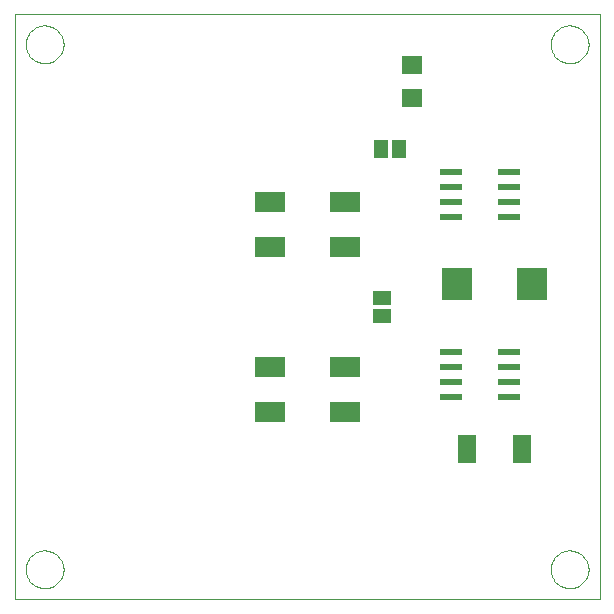
<source format=gtp>
G75*
%MOIN*%
%OFA0B0*%
%FSLAX24Y24*%
%IPPOS*%
%LPD*%
%AMOC8*
5,1,8,0,0,1.08239X$1,22.5*
%
%ADD10C,0.0000*%
%ADD11R,0.0780X0.0220*%
%ADD12R,0.0460X0.0630*%
%ADD13R,0.0591X0.0945*%
%ADD14R,0.0630X0.0460*%
%ADD15R,0.0709X0.0630*%
%ADD16R,0.0984X0.0669*%
%ADD17R,0.1004X0.1063*%
D10*
X000100Y000100D02*
X000100Y019600D01*
X019600Y019600D01*
X019600Y000100D01*
X000100Y000100D01*
X000470Y001100D02*
X000472Y001150D01*
X000478Y001200D01*
X000488Y001249D01*
X000502Y001297D01*
X000519Y001344D01*
X000540Y001389D01*
X000565Y001433D01*
X000593Y001474D01*
X000625Y001513D01*
X000659Y001550D01*
X000696Y001584D01*
X000736Y001614D01*
X000778Y001641D01*
X000822Y001665D01*
X000868Y001686D01*
X000915Y001702D01*
X000963Y001715D01*
X001013Y001724D01*
X001062Y001729D01*
X001113Y001730D01*
X001163Y001727D01*
X001212Y001720D01*
X001261Y001709D01*
X001309Y001694D01*
X001355Y001676D01*
X001400Y001654D01*
X001443Y001628D01*
X001484Y001599D01*
X001523Y001567D01*
X001559Y001532D01*
X001591Y001494D01*
X001621Y001454D01*
X001648Y001411D01*
X001671Y001367D01*
X001690Y001321D01*
X001706Y001273D01*
X001718Y001224D01*
X001726Y001175D01*
X001730Y001125D01*
X001730Y001075D01*
X001726Y001025D01*
X001718Y000976D01*
X001706Y000927D01*
X001690Y000879D01*
X001671Y000833D01*
X001648Y000789D01*
X001621Y000746D01*
X001591Y000706D01*
X001559Y000668D01*
X001523Y000633D01*
X001484Y000601D01*
X001443Y000572D01*
X001400Y000546D01*
X001355Y000524D01*
X001309Y000506D01*
X001261Y000491D01*
X001212Y000480D01*
X001163Y000473D01*
X001113Y000470D01*
X001062Y000471D01*
X001013Y000476D01*
X000963Y000485D01*
X000915Y000498D01*
X000868Y000514D01*
X000822Y000535D01*
X000778Y000559D01*
X000736Y000586D01*
X000696Y000616D01*
X000659Y000650D01*
X000625Y000687D01*
X000593Y000726D01*
X000565Y000767D01*
X000540Y000811D01*
X000519Y000856D01*
X000502Y000903D01*
X000488Y000951D01*
X000478Y001000D01*
X000472Y001050D01*
X000470Y001100D01*
X000470Y018600D02*
X000472Y018650D01*
X000478Y018700D01*
X000488Y018749D01*
X000502Y018797D01*
X000519Y018844D01*
X000540Y018889D01*
X000565Y018933D01*
X000593Y018974D01*
X000625Y019013D01*
X000659Y019050D01*
X000696Y019084D01*
X000736Y019114D01*
X000778Y019141D01*
X000822Y019165D01*
X000868Y019186D01*
X000915Y019202D01*
X000963Y019215D01*
X001013Y019224D01*
X001062Y019229D01*
X001113Y019230D01*
X001163Y019227D01*
X001212Y019220D01*
X001261Y019209D01*
X001309Y019194D01*
X001355Y019176D01*
X001400Y019154D01*
X001443Y019128D01*
X001484Y019099D01*
X001523Y019067D01*
X001559Y019032D01*
X001591Y018994D01*
X001621Y018954D01*
X001648Y018911D01*
X001671Y018867D01*
X001690Y018821D01*
X001706Y018773D01*
X001718Y018724D01*
X001726Y018675D01*
X001730Y018625D01*
X001730Y018575D01*
X001726Y018525D01*
X001718Y018476D01*
X001706Y018427D01*
X001690Y018379D01*
X001671Y018333D01*
X001648Y018289D01*
X001621Y018246D01*
X001591Y018206D01*
X001559Y018168D01*
X001523Y018133D01*
X001484Y018101D01*
X001443Y018072D01*
X001400Y018046D01*
X001355Y018024D01*
X001309Y018006D01*
X001261Y017991D01*
X001212Y017980D01*
X001163Y017973D01*
X001113Y017970D01*
X001062Y017971D01*
X001013Y017976D01*
X000963Y017985D01*
X000915Y017998D01*
X000868Y018014D01*
X000822Y018035D01*
X000778Y018059D01*
X000736Y018086D01*
X000696Y018116D01*
X000659Y018150D01*
X000625Y018187D01*
X000593Y018226D01*
X000565Y018267D01*
X000540Y018311D01*
X000519Y018356D01*
X000502Y018403D01*
X000488Y018451D01*
X000478Y018500D01*
X000472Y018550D01*
X000470Y018600D01*
X017970Y018600D02*
X017972Y018650D01*
X017978Y018700D01*
X017988Y018749D01*
X018002Y018797D01*
X018019Y018844D01*
X018040Y018889D01*
X018065Y018933D01*
X018093Y018974D01*
X018125Y019013D01*
X018159Y019050D01*
X018196Y019084D01*
X018236Y019114D01*
X018278Y019141D01*
X018322Y019165D01*
X018368Y019186D01*
X018415Y019202D01*
X018463Y019215D01*
X018513Y019224D01*
X018562Y019229D01*
X018613Y019230D01*
X018663Y019227D01*
X018712Y019220D01*
X018761Y019209D01*
X018809Y019194D01*
X018855Y019176D01*
X018900Y019154D01*
X018943Y019128D01*
X018984Y019099D01*
X019023Y019067D01*
X019059Y019032D01*
X019091Y018994D01*
X019121Y018954D01*
X019148Y018911D01*
X019171Y018867D01*
X019190Y018821D01*
X019206Y018773D01*
X019218Y018724D01*
X019226Y018675D01*
X019230Y018625D01*
X019230Y018575D01*
X019226Y018525D01*
X019218Y018476D01*
X019206Y018427D01*
X019190Y018379D01*
X019171Y018333D01*
X019148Y018289D01*
X019121Y018246D01*
X019091Y018206D01*
X019059Y018168D01*
X019023Y018133D01*
X018984Y018101D01*
X018943Y018072D01*
X018900Y018046D01*
X018855Y018024D01*
X018809Y018006D01*
X018761Y017991D01*
X018712Y017980D01*
X018663Y017973D01*
X018613Y017970D01*
X018562Y017971D01*
X018513Y017976D01*
X018463Y017985D01*
X018415Y017998D01*
X018368Y018014D01*
X018322Y018035D01*
X018278Y018059D01*
X018236Y018086D01*
X018196Y018116D01*
X018159Y018150D01*
X018125Y018187D01*
X018093Y018226D01*
X018065Y018267D01*
X018040Y018311D01*
X018019Y018356D01*
X018002Y018403D01*
X017988Y018451D01*
X017978Y018500D01*
X017972Y018550D01*
X017970Y018600D01*
X017970Y001100D02*
X017972Y001150D01*
X017978Y001200D01*
X017988Y001249D01*
X018002Y001297D01*
X018019Y001344D01*
X018040Y001389D01*
X018065Y001433D01*
X018093Y001474D01*
X018125Y001513D01*
X018159Y001550D01*
X018196Y001584D01*
X018236Y001614D01*
X018278Y001641D01*
X018322Y001665D01*
X018368Y001686D01*
X018415Y001702D01*
X018463Y001715D01*
X018513Y001724D01*
X018562Y001729D01*
X018613Y001730D01*
X018663Y001727D01*
X018712Y001720D01*
X018761Y001709D01*
X018809Y001694D01*
X018855Y001676D01*
X018900Y001654D01*
X018943Y001628D01*
X018984Y001599D01*
X019023Y001567D01*
X019059Y001532D01*
X019091Y001494D01*
X019121Y001454D01*
X019148Y001411D01*
X019171Y001367D01*
X019190Y001321D01*
X019206Y001273D01*
X019218Y001224D01*
X019226Y001175D01*
X019230Y001125D01*
X019230Y001075D01*
X019226Y001025D01*
X019218Y000976D01*
X019206Y000927D01*
X019190Y000879D01*
X019171Y000833D01*
X019148Y000789D01*
X019121Y000746D01*
X019091Y000706D01*
X019059Y000668D01*
X019023Y000633D01*
X018984Y000601D01*
X018943Y000572D01*
X018900Y000546D01*
X018855Y000524D01*
X018809Y000506D01*
X018761Y000491D01*
X018712Y000480D01*
X018663Y000473D01*
X018613Y000470D01*
X018562Y000471D01*
X018513Y000476D01*
X018463Y000485D01*
X018415Y000498D01*
X018368Y000514D01*
X018322Y000535D01*
X018278Y000559D01*
X018236Y000586D01*
X018196Y000616D01*
X018159Y000650D01*
X018125Y000687D01*
X018093Y000726D01*
X018065Y000767D01*
X018040Y000811D01*
X018019Y000856D01*
X018002Y000903D01*
X017988Y000951D01*
X017978Y001000D01*
X017972Y001050D01*
X017970Y001100D01*
D11*
X016570Y006850D03*
X016570Y007350D03*
X016570Y007850D03*
X016570Y008350D03*
X014630Y008350D03*
X014630Y007850D03*
X014630Y007350D03*
X014630Y006850D03*
X014630Y012850D03*
X014630Y013350D03*
X014630Y013850D03*
X014630Y014350D03*
X016570Y014350D03*
X016570Y013850D03*
X016570Y013350D03*
X016570Y012850D03*
D12*
X012900Y015100D03*
X012300Y015100D03*
D13*
X015194Y005100D03*
X017006Y005100D03*
D14*
X012350Y009550D03*
X012350Y010150D03*
D15*
X013350Y016799D03*
X013350Y017901D03*
D16*
X011100Y013348D03*
X011100Y011852D03*
X008600Y011852D03*
X008600Y013348D03*
X008600Y007848D03*
X008600Y006352D03*
X011100Y006352D03*
X011100Y007848D03*
D17*
X014852Y010600D03*
X017348Y010600D03*
M02*

</source>
